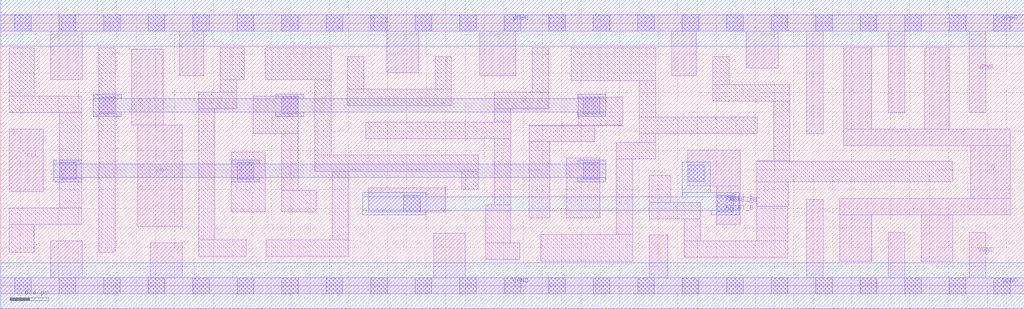
<source format=lef>
# Copyright 2020 The SkyWater PDK Authors
#
# Licensed under the Apache License, Version 2.0 (the "License");
# you may not use this file except in compliance with the License.
# You may obtain a copy of the License at
#
#     https://www.apache.org/licenses/LICENSE-2.0
#
# Unless required by applicable law or agreed to in writing, software
# distributed under the License is distributed on an "AS IS" BASIS,
# WITHOUT WARRANTIES OR CONDITIONS OF ANY KIND, either express or implied.
# See the License for the specific language governing permissions and
# limitations under the License.
#
# SPDX-License-Identifier: Apache-2.0

VERSION 5.7 ;
  NAMESCASESENSITIVE ON ;
  NOWIREEXTENSIONATPIN ON ;
  DIVIDERCHAR "/" ;
  BUSBITCHARS "[]" ;
UNITS
  DATABASE MICRONS 200 ;
END UNITS
MACRO sky130_fd_sc_hd__dfrtp_4
  CLASS CORE ;
  SOURCE USER ;
  FOREIGN sky130_fd_sc_hd__dfrtp_4 ;
  ORIGIN  0.000000  0.000000 ;
  SIZE  10.58000 BY  2.720000 ;
  SYMMETRY X Y R90 ;
  SITE unithd ;
  PIN D
    ANTENNAGATEAREA  0.126000 ;
    DIRECTION INPUT ;
    USE SIGNAL ;
    PORT
      LAYER li1 ;
        RECT 1.355000 1.665000 1.680000 2.450000 ;
        RECT 1.415000 0.615000 1.875000 1.665000 ;
    END
  END D
  PIN Q
    ANTENNADIFFAREA  0.891000 ;
    DIRECTION OUTPUT ;
    USE SIGNAL ;
    PORT
      LAYER li1 ;
        RECT  8.675000 0.255000  9.005000 0.735000 ;
        RECT  8.675000 0.735000 10.440000 0.905000 ;
        RECT  8.715000 1.455000 10.440000 1.625000 ;
        RECT  8.715000 1.625000  9.005000 2.465000 ;
        RECT  9.515000 0.255000  9.845000 0.735000 ;
        RECT  9.555000 1.625000  9.805000 2.465000 ;
        RECT 10.030000 0.905000 10.440000 1.455000 ;
    END
  END Q
  PIN RESET_B
    ANTENNAGATEAREA  0.252000 ;
    DIRECTION INPUT ;
    USE SIGNAL ;
    PORT
      LAYER li1 ;
        RECT 3.805000 0.765000 4.595000 1.015000 ;
        RECT 7.105000 1.035000 7.645000 1.405000 ;
        RECT 7.405000 0.635000 7.645000 1.035000 ;
      LAYER mcon ;
        RECT 4.165000 0.765000 4.335000 0.935000 ;
        RECT 7.105000 1.080000 7.275000 1.250000 ;
        RECT 7.405000 0.765000 7.575000 0.935000 ;
      LAYER met1 ;
        RECT 3.745000 0.735000 4.395000 0.780000 ;
        RECT 3.745000 0.780000 7.635000 0.920000 ;
        RECT 3.745000 0.920000 4.395000 0.965000 ;
        RECT 7.045000 0.920000 7.635000 0.965000 ;
        RECT 7.045000 0.965000 7.335000 1.280000 ;
        RECT 7.345000 0.735000 7.635000 0.780000 ;
    END
  END RESET_B
  PIN CLK
    ANTENNAGATEAREA  0.159000 ;
    DIRECTION INPUT ;
    USE CLOCK ;
    PORT
      LAYER li1 ;
        RECT 0.090000 0.975000 0.440000 1.625000 ;
    END
  END CLK
  PIN VGND
    DIRECTION INOUT ;
    SHAPE ABUTMENT ;
    USE GROUND ;
    PORT
      LAYER li1 ;
        RECT  0.000000 -0.085000 10.580000 0.085000 ;
        RECT  0.515000  0.085000  0.845000 0.465000 ;
        RECT  1.545000  0.085000  1.875000 0.445000 ;
        RECT  4.475000  0.085000  4.805000 0.545000 ;
        RECT  6.705000  0.085000  6.895000 0.525000 ;
        RECT  8.335000  0.085000  8.505000 0.895000 ;
        RECT  9.175000  0.085000  9.345000 0.555000 ;
        RECT 10.015000  0.085000 10.185000 0.555000 ;
      LAYER mcon ;
        RECT  0.145000 -0.085000  0.315000 0.085000 ;
        RECT  0.605000 -0.085000  0.775000 0.085000 ;
        RECT  1.065000 -0.085000  1.235000 0.085000 ;
        RECT  1.525000 -0.085000  1.695000 0.085000 ;
        RECT  1.985000 -0.085000  2.155000 0.085000 ;
        RECT  2.445000 -0.085000  2.615000 0.085000 ;
        RECT  2.905000 -0.085000  3.075000 0.085000 ;
        RECT  3.365000 -0.085000  3.535000 0.085000 ;
        RECT  3.825000 -0.085000  3.995000 0.085000 ;
        RECT  4.285000 -0.085000  4.455000 0.085000 ;
        RECT  4.745000 -0.085000  4.915000 0.085000 ;
        RECT  5.205000 -0.085000  5.375000 0.085000 ;
        RECT  5.665000 -0.085000  5.835000 0.085000 ;
        RECT  6.125000 -0.085000  6.295000 0.085000 ;
        RECT  6.585000 -0.085000  6.755000 0.085000 ;
        RECT  7.045000 -0.085000  7.215000 0.085000 ;
        RECT  7.505000 -0.085000  7.675000 0.085000 ;
        RECT  7.965000 -0.085000  8.135000 0.085000 ;
        RECT  8.425000 -0.085000  8.595000 0.085000 ;
        RECT  8.885000 -0.085000  9.055000 0.085000 ;
        RECT  9.345000 -0.085000  9.515000 0.085000 ;
        RECT  9.805000 -0.085000  9.975000 0.085000 ;
        RECT 10.265000 -0.085000 10.435000 0.085000 ;
      LAYER met1 ;
        RECT 0.000000 -0.240000 10.580000 0.240000 ;
    END
  END VGND
  PIN VPWR
    DIRECTION INOUT ;
    SHAPE ABUTMENT ;
    USE POWER ;
    PORT
      LAYER li1 ;
        RECT  0.000000 2.635000 10.580000 2.805000 ;
        RECT  0.515000 2.135000  0.845000 2.635000 ;
        RECT  1.850000 2.175000  2.100000 2.635000 ;
        RECT  3.990000 2.205000  4.320000 2.635000 ;
        RECT  4.955000 2.175000  5.325000 2.635000 ;
        RECT  6.940000 2.175000  7.190000 2.635000 ;
        RECT  7.710000 2.255000  8.040000 2.635000 ;
        RECT  8.335000 1.575000  8.505000 2.635000 ;
        RECT  9.175000 1.795000  9.345000 2.635000 ;
        RECT 10.015000 1.795000 10.185000 2.635000 ;
      LAYER mcon ;
        RECT  0.145000 2.635000  0.315000 2.805000 ;
        RECT  0.605000 2.635000  0.775000 2.805000 ;
        RECT  1.065000 2.635000  1.235000 2.805000 ;
        RECT  1.525000 2.635000  1.695000 2.805000 ;
        RECT  1.985000 2.635000  2.155000 2.805000 ;
        RECT  2.445000 2.635000  2.615000 2.805000 ;
        RECT  2.905000 2.635000  3.075000 2.805000 ;
        RECT  3.365000 2.635000  3.535000 2.805000 ;
        RECT  3.825000 2.635000  3.995000 2.805000 ;
        RECT  4.285000 2.635000  4.455000 2.805000 ;
        RECT  4.745000 2.635000  4.915000 2.805000 ;
        RECT  5.205000 2.635000  5.375000 2.805000 ;
        RECT  5.665000 2.635000  5.835000 2.805000 ;
        RECT  6.125000 2.635000  6.295000 2.805000 ;
        RECT  6.585000 2.635000  6.755000 2.805000 ;
        RECT  7.045000 2.635000  7.215000 2.805000 ;
        RECT  7.505000 2.635000  7.675000 2.805000 ;
        RECT  7.965000 2.635000  8.135000 2.805000 ;
        RECT  8.425000 2.635000  8.595000 2.805000 ;
        RECT  8.885000 2.635000  9.055000 2.805000 ;
        RECT  9.345000 2.635000  9.515000 2.805000 ;
        RECT  9.805000 2.635000  9.975000 2.805000 ;
        RECT 10.265000 2.635000 10.435000 2.805000 ;
      LAYER met1 ;
        RECT 0.000000 2.480000 10.580000 2.960000 ;
    END
  END VPWR
  OBS
    LAYER li1 ;
      RECT 0.090000 0.345000 0.345000 0.635000 ;
      RECT 0.090000 0.635000 0.840000 0.805000 ;
      RECT 0.090000 1.795000 0.840000 1.965000 ;
      RECT 0.090000 1.965000 0.345000 2.465000 ;
      RECT 0.610000 0.805000 0.840000 1.795000 ;
      RECT 1.015000 0.345000 1.185000 2.465000 ;
      RECT 2.045000 0.305000 2.540000 0.475000 ;
      RECT 2.045000 0.475000 2.215000 1.835000 ;
      RECT 2.045000 1.835000 2.440000 2.005000 ;
      RECT 2.270000 2.005000 2.440000 2.135000 ;
      RECT 2.270000 2.135000 2.520000 2.465000 ;
      RECT 2.385000 0.765000 2.735000 1.385000 ;
      RECT 2.610000 1.575000 3.075000 1.965000 ;
      RECT 2.735000 2.135000 3.415000 2.465000 ;
      RECT 2.745000 0.305000 3.600000 0.475000 ;
      RECT 2.905000 0.765000 3.260000 0.985000 ;
      RECT 2.905000 0.985000 3.075000 1.575000 ;
      RECT 3.245000 1.185000 4.935000 1.355000 ;
      RECT 3.245000 1.355000 3.415000 2.135000 ;
      RECT 3.430000 0.475000 3.600000 1.185000 ;
      RECT 3.585000 1.865000 4.660000 2.035000 ;
      RECT 3.585000 2.035000 3.755000 2.375000 ;
      RECT 3.775000 1.525000 5.275000 1.695000 ;
      RECT 4.490000 2.035000 4.660000 2.375000 ;
      RECT 4.765000 1.005000 4.935000 1.185000 ;
      RECT 5.015000 0.275000 5.365000 0.445000 ;
      RECT 5.015000 0.445000 5.275000 0.835000 ;
      RECT 5.105000 0.835000 5.275000 1.525000 ;
      RECT 5.105000 1.695000 5.275000 1.835000 ;
      RECT 5.105000 1.835000 5.665000 2.005000 ;
      RECT 5.465000 0.705000 5.675000 1.495000 ;
      RECT 5.465000 1.495000 6.140000 1.655000 ;
      RECT 5.465000 1.655000 6.430000 1.665000 ;
      RECT 5.495000 2.005000 5.665000 2.465000 ;
      RECT 5.585000 0.255000 6.535000 0.535000 ;
      RECT 5.845000 0.705000 6.195000 1.325000 ;
      RECT 5.900000 2.125000 6.770000 2.465000 ;
      RECT 5.970000 1.665000 6.430000 1.955000 ;
      RECT 6.365000 0.535000 6.535000 1.315000 ;
      RECT 6.365000 1.315000 6.770000 1.485000 ;
      RECT 6.600000 1.485000 6.770000 1.575000 ;
      RECT 6.600000 1.575000 7.820000 1.745000 ;
      RECT 6.600000 1.745000 6.770000 2.125000 ;
      RECT 6.705000 0.695000 7.235000 0.865000 ;
      RECT 6.705000 0.865000 6.925000 1.145000 ;
      RECT 7.065000 0.295000 8.135000 0.465000 ;
      RECT 7.065000 0.465000 7.235000 0.695000 ;
      RECT 7.360000 1.915000 8.160000 2.085000 ;
      RECT 7.360000 2.085000 7.530000 2.375000 ;
      RECT 7.815000 0.465000 8.135000 0.820000 ;
      RECT 7.815000 0.820000 8.140000 1.075000 ;
      RECT 7.815000 1.075000 9.845000 1.285000 ;
      RECT 7.815000 1.285000 8.160000 1.295000 ;
      RECT 7.990000 1.295000 8.160000 1.915000 ;
    LAYER mcon ;
      RECT 0.610000 1.105000 0.780000 1.275000 ;
      RECT 1.015000 1.785000 1.185000 1.955000 ;
      RECT 2.445000 1.105000 2.615000 1.275000 ;
      RECT 2.905000 1.785000 3.075000 1.955000 ;
      RECT 6.025000 1.105000 6.195000 1.275000 ;
      RECT 6.025000 1.785000 6.195000 1.955000 ;
    LAYER met1 ;
      RECT 0.550000 1.075000 0.840000 1.120000 ;
      RECT 0.550000 1.120000 6.255000 1.260000 ;
      RECT 0.550000 1.260000 0.840000 1.305000 ;
      RECT 0.955000 1.755000 1.245000 1.800000 ;
      RECT 0.955000 1.800000 6.255000 1.940000 ;
      RECT 0.955000 1.940000 1.245000 1.985000 ;
      RECT 2.385000 1.075000 2.675000 1.120000 ;
      RECT 2.385000 1.260000 2.675000 1.305000 ;
      RECT 2.845000 1.755000 3.135000 1.800000 ;
      RECT 2.845000 1.940000 3.135000 1.985000 ;
      RECT 5.965000 1.075000 6.255000 1.120000 ;
      RECT 5.965000 1.260000 6.255000 1.305000 ;
      RECT 5.965000 1.755000 6.255000 1.800000 ;
      RECT 5.965000 1.940000 6.255000 1.985000 ;
  END
END sky130_fd_sc_hd__dfrtp_4
END LIBRARY

</source>
